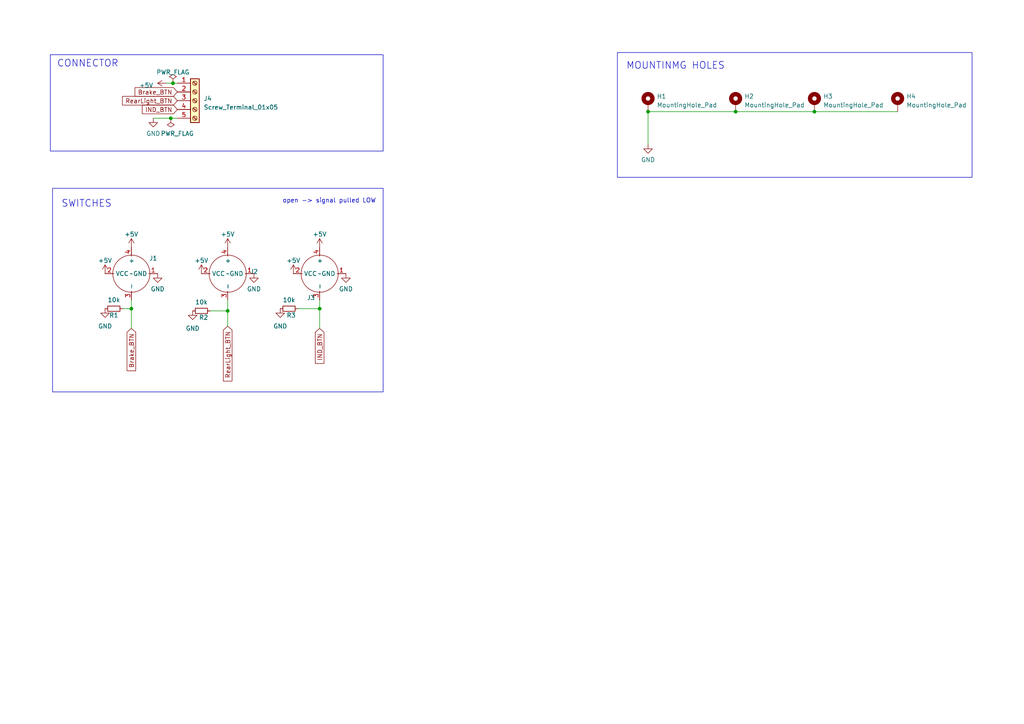
<source format=kicad_sch>
(kicad_sch (version 20230121) (generator eeschema)
  (paper "A4")
  (title_block (title "LightControl Remote") (date "2023-03-24") (rev "1.0") (company "Maximilian Stucke"))
  (lib_symbols
    (symbol "Button_Switch:5V_LED_SWITCH"
      (property "Reference" "J" (at 0 0 0))
      (symbol "5V_LED_SWITCH_0_1"
        (circle (center 0 0) (radius 5.3882))
      )
      (symbol "5V_LED_SWITCH_1_1"
        (pin power_in line (at 7.62 0 180) (length 2.54) (name "GND") (number "1"))
        (pin power_in line (at -7.62 0 0) (length 2.54) (name "VCC") (number "2"))
        (pin output line (at 0 -7.62 90) (length 2.54) (name "-") (number "3"))
        (pin input line (at 0 7.62 270) (length 2.54) (name "+") (number "4"))
      )
    )
    (symbol "Connector:Screw_Terminal_01x05" (pin_names (offset 1.016) hide)
      (property "Reference" "J" (at 0 7.62 0))
      (property "Value" "Screw_Terminal_01x05" (at 0 -7.62 0))
      (symbol "Screw_Terminal_01x05_1_1"
        (rectangle (start -1.27 6.35) (end 1.27 -6.35) (stroke (width 0.254)) (fill (type background)))
        (circle (center 0 -5.08) (radius 0.635) (stroke (width 0.1524)))
        (circle (center 0 -2.54) (radius 0.635) (stroke (width 0.1524)))
        (polyline (pts (xy -0.5334 -4.7498) (xy 0.3302 -5.588)) (stroke (width 0.1524)))
        (polyline (pts (xy -0.5334 -2.2098) (xy 0.3302 -3.048)) (stroke (width 0.1524)))
        (polyline (pts (xy -0.5334 0.3302) (xy 0.3302 -0.508)) (stroke (width 0.1524)))
        (polyline (pts (xy -0.5334 2.8702) (xy 0.3302 2.032)) (stroke (width 0.1524)))
        (polyline (pts (xy -0.5334 5.4102) (xy 0.3302 4.572)) (stroke (width 0.1524)))
        (polyline (pts (xy -0.3556 -4.572) (xy 0.508 -5.4102)) (stroke (width 0.1524)))
        (polyline (pts (xy -0.3556 -2.032) (xy 0.508 -2.8702)) (stroke (width 0.1524)))
        (polyline (pts (xy -0.3556 0.508) (xy 0.508 -0.3302)) (stroke (width 0.1524)))
        (polyline (pts (xy -0.3556 3.048) (xy 0.508 2.2098)) (stroke (width 0.1524)))
        (polyline (pts (xy -0.3556 5.588) (xy 0.508 4.7498)) (stroke (width 0.1524)))
        (circle (center 0 0) (radius 0.635) (stroke (width 0.1524)))
        (circle (center 0 2.54) (radius 0.635) (stroke (width 0.1524)))
        (circle (center 0 5.08) (radius 0.635) (stroke (width 0.1524)))
        (pin passive line (at -5.08 5.08 0) (length 3.81) (name "Pin_1") (number "1"))
        (pin passive line (at -5.08 2.54 0) (length 3.81) (name "Pin_2") (number "2"))
        (pin passive line (at -5.08 0 0) (length 3.81) (name "Pin_3") (number "3"))
        (pin passive line (at -5.08 -2.54 0) (length 3.81) (name "Pin_4") (number "4"))
        (pin passive line (at -5.08 -5.08 0) (length 3.81) (name "Pin_5") (number "5"))
      )
    )
    (symbol "Device:R_Small" (pin_numbers hide) (pin_names (offset 0.254) hide)
      (property "Reference" "R" (at 0.762 0.508 0))
      (property "Value" "R_Small" (at 0.762 -1.016 0))
      (symbol "R_Small_0_1"
        (rectangle (start -0.762 1.778) (end 0.762 -1.778) (stroke (width 0.2032)))
      )
      (symbol "R_Small_1_1"
        (pin passive line (at 0 2.54 270) (length 0.762) (name "~") (number "1"))
        (pin passive line (at 0 -2.54 90) (length 0.762) (name "~") (number "2"))
      )
    )
    (symbol "Mechanical:MountingHole_Pad" (pin_numbers hide) (pin_names (offset 1.016) hide)
      (property "Reference" "H" (at 0 6.35 0))
      (property "Value" "MountingHole_Pad" (at 0 4.445 0))
      (symbol "MountingHole_Pad_0_1"
        (circle (center 0 1.27) (radius 1.27) (stroke (width 1.27)))
      )
      (symbol "MountingHole_Pad_1_1"
        (pin input line (at 0 -2.54 90) (length 2.54) (name "1") (number "1"))
      )
    )
    (symbol "power:+5V" (power) (pin_names (offset 0))
      (property "Value" "+5V" (at 0 3.556 0))
      (symbol "+5V_0_1"
        (polyline (pts (xy -0.762 1.27) (xy 0 2.54)))
        (polyline (pts (xy 0 0) (xy 0 2.54)))
        (polyline (pts (xy 0 2.54) (xy 0.762 1.27)))
      )
      (symbol "+5V_1_1"
        (pin power_in line (at 0 0 90) (length 0) hide (name "+5V") (number "1"))
      )
    )
    (symbol "power:GND" (power) (pin_names (offset 0))
      (property "Value" "GND" (at 0 -3.81 0))
      (symbol "GND_0_1"
        (polyline (pts (xy 0 0) (xy 0 -1.27) (xy 1.27 -1.27) (xy 0 -2.54) (xy -1.27 -1.27) (xy 0 -1.27)))
      )
      (symbol "GND_1_1"
        (pin power_in line (at 0 0 270) (length 0) hide (name "GND") (number "1"))
      )
    )
    (symbol "power:PWR_FLAG" (power) (pin_numbers hide) (pin_names (offset 0) hide)
      (property "Value" "PWR_FLAG" (at 0 3.81 0))
      (symbol "PWR_FLAG_0_0"
        (pin power_out line (at 0 0 90) (length 0) (name "pwr") (number "1"))
      )
      (symbol "PWR_FLAG_0_1"
        (polyline (pts (xy 0 0) (xy 0 1.27) (xy -1.016 1.905) (xy 0 2.54) (xy 1.016 1.905) (xy 0 1.27)))
      )
    )
  )
  (junction (at 66.04 90.17))
  (junction (at 236.22 32.385))
  (junction (at 92.71 89.535))
  (junction (at 187.96 32.385))
  (junction (at 49.53 34.29))
  (junction (at 38.1 89.535))
  (junction (at 213.36 32.385))
  (junction (at 50.165 24.13))
  (wire (pts (xy 92.71 89.535) (xy 92.71 86.995)))
  (wire (pts (xy 49.53 34.29) (xy 51.435 34.29)))
  (wire (pts (xy 48.26 24.13) (xy 50.165 24.13)))
  (wire (pts (xy 38.1 89.535) (xy 35.56 89.535)))
  (wire (pts (xy 44.45 34.29) (xy 49.53 34.29)))
  (wire (pts (xy 92.71 95.25) (xy 92.71 89.535)))
  (wire (pts (xy 66.04 94.615) (xy 66.04 90.17)))
  (wire (pts (xy 236.22 32.385) (xy 260.35 32.385)))
  (wire (pts (xy 213.36 32.385) (xy 236.22 32.385)))
  (wire (pts (xy 187.96 32.385) (xy 213.36 32.385)))
  (wire (pts (xy 92.71 89.535) (xy 86.36 89.535)))
  (wire (pts (xy 187.96 32.385) (xy 187.96 41.91)))
  (wire (pts (xy 38.1 95.25) (xy 38.1 89.535)))
  (wire (pts (xy 60.96 90.17) (xy 66.04 90.17)))
  (wire (pts (xy 50.165 24.13) (xy 51.435 24.13)))
  (wire (pts (xy 38.1 89.535) (xy 38.1 86.995)))
  (wire (pts (xy 66.04 90.17) (xy 66.04 86.995)))
  (rectangle (start 179.07 15.24) (end 281.94 51.435))
  (rectangle (start 14.605 15.875) (end 111.125 43.815))
  (rectangle (start 15.24 54.61) (end 111.125 113.665))
  (text "CONNECTOR" (at 16.51 19.685 0) (effects (font (size 2 2)) (justify left bottom)))
  (text "open -> signal pulled LOW" (at 81.915 59.055 0) (effects (font (size 1.27 1.27)) (justify left bottom)))
  (text "SWITCHES" (at 17.78 60.325 0) (effects (font (size 2 2)) (justify left bottom)))
  (text "MOUNTINMG HOLES" (at 181.61 20.32 0) (effects (font (size 2 2)) (justify left bottom)))
  (global_label "Brake_BTN" (shape input) (at 38.1 95.25 270) (property "Intersheetrefs" "${INTERSHEET_REFS}" (effects hide)))
  (global_label "Brake_BTN" (shape input) (at 51.435 26.67 180) (property "Intersheetrefs" "${INTERSHEET_REFS}" (effects hide)))
  (global_label "IND_BTN" (shape input) (at 51.435 31.75 180) (property "Intersheetrefs" "${INTERSHEET_REFS}" (effects hide)))
  (global_label "IND_BTN" (shape input) (at 92.71 95.25 270) (property "Intersheetrefs" "${INTERSHEET_REFS}" (effects hide)))
  (global_label "RearLight_BTN" (shape input) (at 51.435 29.21 180) (property "Intersheetrefs" "${INTERSHEET_REFS}" (effects hide)))
  (global_label "RearLight_BTN" (shape input) (at 66.04 94.615 270) (property "Intersheetrefs" "${INTERSHEET_REFS}" (effects hide)))
  (symbol (lib_id "Device:R_Small") (at 33.02 89.535 270) (unit 1)
    (property "Reference" "R1" (at 33.02 91.44 90))
    (property "Value" "10k" (at 33.02 86.995 90))
    (property "Footprint" "Resistor_SMD:R_0603_1608Metric" (effects hide))
  )
  (symbol (lib_id "Button_Switch:5V_LED_SWITCH") (at 38.1 79.375 0) (unit 1)
    (property "Reference" "J1" (at 44.45 74.93 0))
    (property "Value" "~" (at 38.1 79.375 0))
    (property "Footprint" "Button_Switch:5V_LED_BTN" (effects hide))
  )
  (symbol (lib_id "Button_Switch:5V_LED_SWITCH") (at 66.04 79.375 0) (unit 1)
    (property "Reference" "J2" (at 73.66 78.7909 0))
    (property "Value" "~" (at 66.04 79.375 0))
    (property "Footprint" "Button_Switch:5V_LED_BTN" (effects hide))
  )
  (symbol (lib_id "power:GND") (at 100.33 79.375 0) (unit 1)
    (property "Reference" "#PWR09" (effects hide))
    (property "Value" "GND" (at 100.33 83.82 0))
  )
  (symbol (lib_id "Mechanical:MountingHole_Pad") (at 213.36 29.845 0) (unit 1)
    (property "Reference" "H2" (at 215.9 27.94 0) (effects (justify left)))
    (property "Value" "MountingHole_Pad" (at 215.9 30.48 0) (effects (justify left)))
    (property "Footprint" "MountingHole:MountingHole_3.2mm_M3_DIN965_Pad" (effects hide))
  )
  (symbol (lib_id "power:PWR_FLAG") (at 49.53 34.29 180) (unit 1)
    (property "Reference" "#FLG02" (effects hide))
    (property "Value" "PWR_FLAG" (at 51.435 38.735 0))
  )
  (symbol (lib_id "power:+5V") (at 85.09 79.375 0) (unit 1)
    (property "Reference" "#PWR05" (effects hide))
    (property "Value" "+5V" (at 85.09 75.565 0))
  )
  (symbol (lib_id "Device:R_Small") (at 83.82 89.535 270) (unit 1)
    (property "Reference" "R3" (at 84.455 91.44 90))
    (property "Value" "10k" (at 83.82 86.995 90))
    (property "Footprint" "Resistor_SMD:R_0603_1608Metric" (effects hide))
  )
  (symbol (lib_id "Device:R_Small") (at 58.42 90.17 270) (unit 1)
    (property "Reference" "R2" (at 59.055 92.075 90))
    (property "Value" "10k" (at 58.42 87.63 90))
    (property "Footprint" "Resistor_SMD:R_0603_1608Metric" (effects hide))
  )
  (symbol (lib_id "power:GND") (at 45.72 79.375 0) (unit 1)
    (property "Reference" "#PWR07" (effects hide))
    (property "Value" "GND" (at 45.72 83.82 0))
  )
  (symbol (lib_id "power:+5V") (at 48.26 24.13 90) (unit 1)
    (property "Reference" "#PWR01" (effects hide))
    (property "Value" "+5V" (at 44.45 24.765 90) (effects (justify left)))
  )
  (symbol (lib_id "power:GND") (at 73.66 79.375 0) (unit 1)
    (property "Reference" "#PWR08" (effects hide))
    (property "Value" "GND" (at 73.66 83.82 0))
  )
  (symbol (lib_id "power:GND") (at 81.28 89.535 0) (unit 1)
    (property "Reference" "#PWR011" (effects hide))
    (property "Value" "GND" (at 81.28 94.615 0))
  )
  (symbol (lib_id "power:GND") (at 44.45 34.29 0) (unit 1)
    (property "Reference" "#PWR02" (effects hide))
    (property "Value" "GND" (at 44.45 38.735 0))
  )
  (symbol (lib_id "Button_Switch:5V_LED_SWITCH") (at 92.71 79.375 0) (unit 1)
    (property "Reference" "J3" (at 90.17 86.36 0))
    (property "Value" "~" (at 92.71 79.375 0))
    (property "Footprint" "Button_Switch:5V_LED_BTN" (effects hide))
  )
  (symbol (lib_id "power:GND") (at 30.48 89.535 0) (unit 1)
    (property "Reference" "#PWR06" (effects hide))
    (property "Value" "GND" (at 30.48 94.615 0))
  )
  (symbol (lib_id "Mechanical:MountingHole_Pad") (at 260.35 29.845 0) (unit 1)
    (property "Reference" "H4" (at 262.89 27.94 0) (effects (justify left)))
    (property "Value" "MountingHole_Pad" (at 262.89 30.48 0) (effects (justify left)))
    (property "Footprint" "MountingHole:MountingHole_3.2mm_M3_DIN965_Pad" (effects hide))
  )
  (symbol (lib_id "power:+5V") (at 58.42 79.375 0) (unit 1)
    (property "Reference" "#PWR04" (effects hide))
    (property "Value" "+5V" (at 58.42 75.565 0))
  )
  (symbol (lib_id "power:GND") (at 187.96 41.91 0) (unit 1)
    (property "Reference" "#PWR015" (effects hide))
    (property "Value" "GND" (at 187.96 46.355 0))
  )
  (symbol (lib_id "Mechanical:MountingHole_Pad") (at 236.22 29.845 0) (unit 1)
    (property "Reference" "H3" (at 238.76 27.94 0) (effects (justify left)))
    (property "Value" "MountingHole_Pad" (at 238.76 30.48 0) (effects (justify left)))
    (property "Footprint" "MountingHole:MountingHole_3.2mm_M3_DIN965_Pad" (effects hide))
  )
  (symbol (lib_id "Mechanical:MountingHole_Pad") (at 187.96 29.845 0) (unit 1)
    (property "Reference" "H1" (at 190.5 27.94 0) (effects (justify left)))
    (property "Value" "MountingHole_Pad" (at 190.5 30.48 0) (effects (justify left)))
    (property "Footprint" "MountingHole:MountingHole_3.2mm_M3_DIN965_Pad" (effects hide))
  )
  (symbol (lib_id "power:GND") (at 55.88 90.17 0) (unit 1)
    (property "Reference" "#PWR010" (effects hide))
    (property "Value" "GND" (at 55.88 95.25 0))
  )
  (symbol (lib_id "Connector:Screw_Terminal_01x05") (at 56.515 29.21 0) (unit 1)
    (property "Reference" "J4" (at 59.055 28.575 0) (effects (justify left)))
    (property "Value" "Screw_Terminal_01x05" (at 59.055 31.115 0) (effects (justify left)))
    (property "Footprint" "TerminalBlock_TE-Connectivity:TerminalBlock_TE_282834-5_1x05_P2.54mm_Horizontal" (effects hide))
  )
  (symbol (lib_id "power:PWR_FLAG") (at 50.165 24.13 0) (unit 1)
    (property "Reference" "#FLG01" (effects hide))
    (property "Value" "PWR_FLAG" (at 50.165 20.955 0))
  )
  (symbol (lib_id "power:+5V") (at 30.48 79.375 0) (unit 1)
    (property "Reference" "#PWR03" (effects hide))
    (property "Value" "+5V" (at 30.48 75.565 0))
  )
  (symbol (lib_id "power:+5V") (at 38.1 71.755 0) (unit 1)
    (property "Reference" "#PWR012" (effects hide))
    (property "Value" "+5V" (at 38.1 67.945 0))
  )
  (symbol (lib_id "power:+5V") (at 92.71 71.755 0) (unit 1)
    (property "Reference" "#PWR014" (effects hide))
    (property "Value" "+5V" (at 92.71 67.945 0))
  )
  (symbol (lib_id "power:+5V") (at 66.04 71.755 0) (unit 1)
    (property "Reference" "#PWR013" (effects hide))
    (property "Value" "+5V" (at 66.04 67.945 0))
  )
)
</source>
